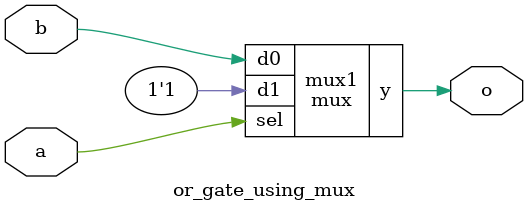
<source format=sv>

module mux
(
  input  d0, d1,
  input  sel,
  output y
);

  assign y = sel ? d1 : d0;

endmodule

//----------------------------------------------------------------------------
// Task
//----------------------------------------------------------------------------

module or_gate_using_mux
(
    input  a,
    input  b,
    output o
);

  // Task:

  // Implement or gate using instance(s) of mux,
  // constants 0 and 1, and wire connections

 mux mux1(
	.d0(b),
	.d1(1'b1),
	.sel(a),
	.y(o)
  );
endmodule

</source>
